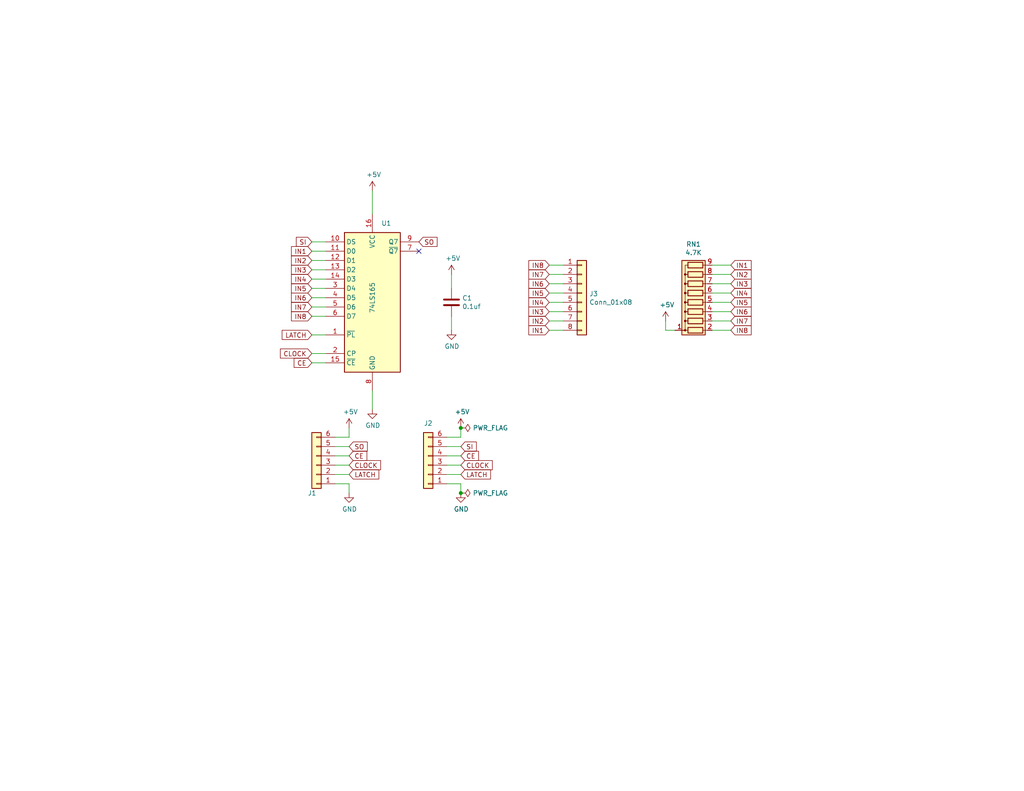
<source format=kicad_sch>
(kicad_sch (version 20211123) (generator eeschema)
  (paper "USLetter")
  (title_block (title "1 Byte Input") (date "2020-09-03"))
  (lib_symbols
    (symbol "74xx:74LS165"
      (property "Reference" "U" (at -7.62 19.05 0))
      (property "Value" "74LS165" (at -7.62 -21.59 0))
      (symbol "74LS165_1_0"
        (pin input line (at -12.7 -10.16 0) (length 5.08) (name "~{PL}") (number "1"))
        (pin input line (at -12.7 15.24 0) (length 5.08) (name "DS") (number "10"))
        (pin input line (at -12.7 12.7 0) (length 5.08) (name "D0") (number "11"))
        (pin input line (at -12.7 10.16 0) (length 5.08) (name "D1") (number "12"))
        (pin input line (at -12.7 7.62 0) (length 5.08) (name "D2") (number "13"))
        (pin input line (at -12.7 5.08 0) (length 5.08) (name "D3") (number "14"))
        (pin input line (at -12.7 -17.78 0) (length 5.08) (name "~{CE}") (number "15"))
        (pin power_in line (at 0 22.86 270) (length 5.08) (name "VCC") (number "16"))
        (pin input line (at -12.7 -15.24 0) (length 5.08) (name "CP") (number "2"))
        (pin input line (at -12.7 2.54 0) (length 5.08) (name "D4") (number "3"))
        (pin input line (at -12.7 0 0) (length 5.08) (name "D5") (number "4"))
        (pin input line (at -12.7 -2.54 0) (length 5.08) (name "D6") (number "5"))
        (pin input line (at -12.7 -5.08 0) (length 5.08) (name "D7") (number "6"))
        (pin output line (at 12.7 12.7 180) (length 5.08) (name "~{Q7}") (number "7"))
        (pin power_in line (at 0 -25.4 90) (length 5.08) (name "GND") (number "8"))
        (pin output line (at 12.7 15.24 180) (length 5.08) (name "Q7") (number "9"))
      )
      (symbol "74LS165_1_1"
        (rectangle (start -7.62 17.78) (end 7.62 -20.32) (stroke (width 0.254)) (fill (type background)))
      )
    )
    (symbol "Connector_Generic:Conn_01x06" (pin_names (offset 1.016) hide)
      (property "Reference" "J" (at 0 7.62 0))
      (property "Value" "Conn_01x06" (at 0 -10.16 0))
      (symbol "Conn_01x06_1_1"
        (rectangle (start -1.27 -7.493) (end 0 -7.747) (stroke (width 0.1524)))
        (rectangle (start -1.27 -4.953) (end 0 -5.207) (stroke (width 0.1524)))
        (rectangle (start -1.27 -2.413) (end 0 -2.667) (stroke (width 0.1524)))
        (rectangle (start -1.27 0.127) (end 0 -0.127) (stroke (width 0.1524)))
        (rectangle (start -1.27 2.667) (end 0 2.413) (stroke (width 0.1524)))
        (rectangle (start -1.27 5.207) (end 0 4.953) (stroke (width 0.1524)))
        (rectangle (start -1.27 6.35) (end 1.27 -8.89) (stroke (width 0.254)) (fill (type background)))
        (pin passive line (at -5.08 5.08 0) (length 3.81) (name "Pin_1") (number "1"))
        (pin passive line (at -5.08 2.54 0) (length 3.81) (name "Pin_2") (number "2"))
        (pin passive line (at -5.08 0 0) (length 3.81) (name "Pin_3") (number "3"))
        (pin passive line (at -5.08 -2.54 0) (length 3.81) (name "Pin_4") (number "4"))
        (pin passive line (at -5.08 -5.08 0) (length 3.81) (name "Pin_5") (number "5"))
        (pin passive line (at -5.08 -7.62 0) (length 3.81) (name "Pin_6") (number "6"))
      )
    )
    (symbol "Connector_Generic:Conn_01x08" (pin_names (offset 1.016) hide)
      (property "Reference" "J" (at 0 10.16 0))
      (property "Value" "Conn_01x08" (at 0 -12.7 0))
      (symbol "Conn_01x08_1_1"
        (rectangle (start -1.27 -10.033) (end 0 -10.287) (stroke (width 0.1524)))
        (rectangle (start -1.27 -7.493) (end 0 -7.747) (stroke (width 0.1524)))
        (rectangle (start -1.27 -4.953) (end 0 -5.207) (stroke (width 0.1524)))
        (rectangle (start -1.27 -2.413) (end 0 -2.667) (stroke (width 0.1524)))
        (rectangle (start -1.27 0.127) (end 0 -0.127) (stroke (width 0.1524)))
        (rectangle (start -1.27 2.667) (end 0 2.413) (stroke (width 0.1524)))
        (rectangle (start -1.27 5.207) (end 0 4.953) (stroke (width 0.1524)))
        (rectangle (start -1.27 7.747) (end 0 7.493) (stroke (width 0.1524)))
        (rectangle (start -1.27 8.89) (end 1.27 -11.43) (stroke (width 0.254)) (fill (type background)))
        (pin passive line (at -5.08 7.62 0) (length 3.81) (name "Pin_1") (number "1"))
        (pin passive line (at -5.08 5.08 0) (length 3.81) (name "Pin_2") (number "2"))
        (pin passive line (at -5.08 2.54 0) (length 3.81) (name "Pin_3") (number "3"))
        (pin passive line (at -5.08 0 0) (length 3.81) (name "Pin_4") (number "4"))
        (pin passive line (at -5.08 -2.54 0) (length 3.81) (name "Pin_5") (number "5"))
        (pin passive line (at -5.08 -5.08 0) (length 3.81) (name "Pin_6") (number "6"))
        (pin passive line (at -5.08 -7.62 0) (length 3.81) (name "Pin_7") (number "7"))
        (pin passive line (at -5.08 -10.16 0) (length 3.81) (name "Pin_8") (number "8"))
      )
    )
    (symbol "Device:C" (pin_numbers hide) (pin_names (offset 0.254))
      (property "Reference" "C" (at 0.635 2.54 0))
      (property "Value" "C" (at 0.635 -2.54 0))
      (symbol "C_0_1"
        (polyline (pts (xy -2.032 -0.762) (xy 2.032 -0.762)) (stroke (width 0.508)))
        (polyline (pts (xy -2.032 0.762) (xy 2.032 0.762)) (stroke (width 0.508)))
      )
      (symbol "C_1_1"
        (pin passive line (at 0 3.81 270) (length 2.794) (name "~") (number "1"))
        (pin passive line (at 0 -3.81 90) (length 2.794) (name "~") (number "2"))
      )
    )
    (symbol "Device:R_Network08" (pin_names (offset 0) hide)
      (property "Reference" "RN" (at -12.7 0 90))
      (property "Value" "R_Network08" (at 10.16 0 90))
      (symbol "R_Network08_0_1"
        (rectangle (start -11.43 -3.175) (end 8.89 3.175) (stroke (width 0.254)) (fill (type background)))
        (rectangle (start -10.922 1.524) (end -9.398 -2.54) (stroke (width 0.254)))
        (circle (center -10.16 2.286) (radius 0.254) (fill (type outline)))
        (rectangle (start -8.382 1.524) (end -6.858 -2.54) (stroke (width 0.254)))
        (circle (center -7.62 2.286) (radius 0.254) (fill (type outline)))
        (rectangle (start -5.842 1.524) (end -4.318 -2.54) (stroke (width 0.254)))
        (circle (center -5.08 2.286) (radius 0.254) (fill (type outline)))
        (rectangle (start -3.302 1.524) (end -1.778 -2.54) (stroke (width 0.254)))
        (circle (center -2.54 2.286) (radius 0.254) (fill (type outline)))
        (rectangle (start -0.762 1.524) (end 0.762 -2.54) (stroke (width 0.254)))
        (polyline (pts (xy -10.16 -2.54) (xy -10.16 -3.81)))
        (polyline (pts (xy -7.62 -2.54) (xy -7.62 -3.81)))
        (polyline (pts (xy -5.08 -2.54) (xy -5.08 -3.81)))
        (polyline (pts (xy -2.54 -2.54) (xy -2.54 -3.81)))
        (polyline (pts (xy 0 -2.54) (xy 0 -3.81)))
        (polyline (pts (xy 2.54 -2.54) (xy 2.54 -3.81)))
        (polyline (pts (xy 5.08 -2.54) (xy 5.08 -3.81)))
        (polyline (pts (xy 7.62 -2.54) (xy 7.62 -3.81)))
        (polyline (pts (xy -10.16 1.524) (xy -10.16 2.286) (xy -7.62 2.286) (xy -7.62 1.524)))
        (polyline (pts (xy -7.62 1.524) (xy -7.62 2.286) (xy -5.08 2.286) (xy -5.08 1.524)))
        (polyline (pts (xy -5.08 1.524) (xy -5.08 2.286) (xy -2.54 2.286) (xy -2.54 1.524)))
        (polyline (pts (xy -2.54 1.524) (xy -2.54 2.286) (xy 0 2.286) (xy 0 1.524)))
        (polyline (pts (xy 0 1.524) (xy 0 2.286) (xy 2.54 2.286) (xy 2.54 1.524)))
        (polyline (pts (xy 2.54 1.524) (xy 2.54 2.286) (xy 5.08 2.286) (xy 5.08 1.524)))
        (polyline (pts (xy 5.08 1.524) (xy 5.08 2.286) (xy 7.62 2.286) (xy 7.62 1.524)))
        (circle (center 0 2.286) (radius 0.254) (fill (type outline)))
        (rectangle (start 1.778 1.524) (end 3.302 -2.54) (stroke (width 0.254)))
        (circle (center 2.54 2.286) (radius 0.254) (fill (type outline)))
        (rectangle (start 4.318 1.524) (end 5.842 -2.54) (stroke (width 0.254)))
        (circle (center 5.08 2.286) (radius 0.254) (fill (type outline)))
        (rectangle (start 6.858 1.524) (end 8.382 -2.54) (stroke (width 0.254)))
      )
      (symbol "R_Network08_1_1"
        (pin passive line (at -10.16 5.08 270) (length 2.54) (name "common") (number "1"))
        (pin passive line (at -10.16 -5.08 90) (length 1.27) (name "R1") (number "2"))
        (pin passive line (at -7.62 -5.08 90) (length 1.27) (name "R2") (number "3"))
        (pin passive line (at -5.08 -5.08 90) (length 1.27) (name "R3") (number "4"))
        (pin passive line (at -2.54 -5.08 90) (length 1.27) (name "R4") (number "5"))
        (pin passive line (at 0 -5.08 90) (length 1.27) (name "R5") (number "6"))
        (pin passive line (at 2.54 -5.08 90) (length 1.27) (name "R6") (number "7"))
        (pin passive line (at 5.08 -5.08 90) (length 1.27) (name "R7") (number "8"))
        (pin passive line (at 7.62 -5.08 90) (length 1.27) (name "R8") (number "9"))
      )
    )
    (symbol "power:+5V" (power) (pin_names (offset 0))
      (property "Value" "+5V" (at 0 3.556 0))
      (symbol "+5V_0_1"
        (polyline (pts (xy -0.762 1.27) (xy 0 2.54)))
        (polyline (pts (xy 0 0) (xy 0 2.54)))
        (polyline (pts (xy 0 2.54) (xy 0.762 1.27)))
      )
      (symbol "+5V_1_1"
        (pin power_in line (at 0 0 90) (length 0) hide (name "+5V") (number "1"))
      )
    )
    (symbol "power:GND" (power) (pin_names (offset 0))
      (property "Value" "GND" (at 0 -3.81 0))
      (symbol "GND_0_1"
        (polyline (pts (xy 0 0) (xy 0 -1.27) (xy 1.27 -1.27) (xy 0 -2.54) (xy -1.27 -1.27) (xy 0 -1.27)))
      )
      (symbol "GND_1_1"
        (pin power_in line (at 0 0 270) (length 0) hide (name "GND") (number "1"))
      )
    )
    (symbol "power:PWR_FLAG" (power) (pin_numbers hide) (pin_names (offset 0) hide)
      (property "Value" "PWR_FLAG" (at 0 3.81 0))
      (symbol "PWR_FLAG_0_0"
        (pin power_out line (at 0 0 90) (length 0) (name "pwr") (number "1"))
      )
      (symbol "PWR_FLAG_0_1"
        (polyline (pts (xy 0 0) (xy 0 1.27) (xy -1.016 1.905) (xy 0 2.54) (xy 1.016 1.905) (xy 0 1.27)))
      )
    )
  )
  (junction (at 125.73 116.84))
  (junction (at 125.73 134.62))
  (no_connect (at 114.3 68.58))
  (wire (pts (xy 153.67 80.01) (xy 149.86 80.01)))
  (wire (pts (xy 95.25 132.08) (xy 95.25 134.62)))
  (wire (pts (xy 88.9 99.06) (xy 85.09 99.06)))
  (wire (pts (xy 91.44 124.46) (xy 95.25 124.46)))
  (wire (pts (xy 88.9 73.66) (xy 85.09 73.66)))
  (wire (pts (xy 91.44 119.38) (xy 95.25 119.38)))
  (wire (pts (xy 153.67 87.63) (xy 149.86 87.63)))
  (wire (pts (xy 91.44 132.08) (xy 95.25 132.08)))
  (wire (pts (xy 121.92 127) (xy 125.73 127)))
  (wire (pts (xy 153.67 85.09) (xy 149.86 85.09)))
  (wire (pts (xy 121.92 132.08) (xy 125.73 132.08)))
  (wire (pts (xy 153.67 77.47) (xy 149.86 77.47)))
  (wire (pts (xy 121.92 129.54) (xy 125.73 129.54)))
  (wire (pts (xy 194.31 74.93) (xy 199.39 74.93)))
  (wire (pts (xy 125.73 132.08) (xy 125.73 134.62)))
  (wire (pts (xy 101.6 106.68) (xy 101.6 111.76)))
  (wire (pts (xy 121.92 121.92) (xy 125.73 121.92)))
  (wire (pts (xy 194.31 85.09) (xy 199.39 85.09)))
  (wire (pts (xy 88.9 81.28) (xy 85.09 81.28)))
  (wire (pts (xy 95.25 116.84) (xy 95.25 119.38)))
  (wire (pts (xy 194.31 72.39) (xy 199.39 72.39)))
  (wire (pts (xy 194.31 82.55) (xy 199.39 82.55)))
  (wire (pts (xy 88.9 71.12) (xy 85.09 71.12)))
  (wire (pts (xy 123.19 78.74) (xy 123.19 74.93)))
  (wire (pts (xy 88.9 68.58) (xy 85.09 68.58)))
  (wire (pts (xy 88.9 78.74) (xy 85.09 78.74)))
  (wire (pts (xy 88.9 96.52) (xy 85.09 96.52)))
  (wire (pts (xy 194.31 87.63) (xy 199.39 87.63)))
  (wire (pts (xy 121.92 119.38) (xy 125.73 119.38)))
  (wire (pts (xy 123.19 86.36) (xy 123.19 90.17)))
  (wire (pts (xy 194.31 90.17) (xy 199.39 90.17)))
  (wire (pts (xy 181.61 90.17) (xy 181.61 87.63)))
  (wire (pts (xy 91.44 127) (xy 95.25 127)))
  (wire (pts (xy 194.31 80.01) (xy 199.39 80.01)))
  (wire (pts (xy 153.67 74.93) (xy 149.86 74.93)))
  (wire (pts (xy 121.92 124.46) (xy 125.73 124.46)))
  (wire (pts (xy 91.44 129.54) (xy 95.25 129.54)))
  (wire (pts (xy 153.67 72.39) (xy 149.86 72.39)))
  (wire (pts (xy 101.6 58.42) (xy 101.6 52.07)))
  (wire (pts (xy 153.67 82.55) (xy 149.86 82.55)))
  (wire (pts (xy 184.15 90.17) (xy 181.61 90.17)))
  (wire (pts (xy 88.9 76.2) (xy 85.09 76.2)))
  (wire (pts (xy 91.44 121.92) (xy 95.25 121.92)))
  (wire (pts (xy 125.73 119.38) (xy 125.73 116.84)))
  (wire (pts (xy 153.67 90.17) (xy 149.86 90.17)))
  (wire (pts (xy 88.9 91.44) (xy 85.09 91.44)))
  (wire (pts (xy 88.9 86.36) (xy 85.09 86.36)))
  (wire (pts (xy 88.9 66.04) (xy 85.09 66.04)))
  (wire (pts (xy 194.31 77.47) (xy 199.39 77.47)))
  (wire (pts (xy 88.9 83.82) (xy 85.09 83.82)))
  (global_label "IN1" (shape input) (at 85.09 68.58 180) (property "Intersheet References" "${INTERSHEET_REFS}" (effects hide)))
  (global_label "IN5" (shape input) (at 85.09 78.74 180) (property "Intersheet References" "${INTERSHEET_REFS}" (effects hide)))
  (global_label "IN8" (shape input) (at 85.09 86.36 180) (property "Intersheet References" "${INTERSHEET_REFS}" (effects hide)))
  (global_label "IN4" (shape input) (at 85.09 76.2 180) (property "Intersheet References" "${INTERSHEET_REFS}" (effects hide)))
  (global_label "SI" (shape input) (at 125.73 121.92 0) (property "Intersheet References" "${INTERSHEET_REFS}" (effects hide)))
  (global_label "IN8" (shape input) (at 199.39 90.17 0) (property "Intersheet References" "${INTERSHEET_REFS}" (effects hide)))
  (global_label "CLOCK" (shape input) (at 125.73 127 0) (property "Intersheet References" "${INTERSHEET_REFS}" (effects hide)))
  (global_label "IN2" (shape input) (at 199.39 74.93 0) (property "Intersheet References" "${INTERSHEET_REFS}" (effects hide)))
  (global_label "IN8" (shape input) (at 149.86 72.39 180) (property "Intersheet References" "${INTERSHEET_REFS}" (effects hide)))
  (global_label "IN5" (shape input) (at 199.39 82.55 0) (property "Intersheet References" "${INTERSHEET_REFS}" (effects hide)))
  (global_label "IN7" (shape input) (at 199.39 87.63 0) (property "Intersheet References" "${INTERSHEET_REFS}" (effects hide)))
  (global_label "IN5" (shape input) (at 149.86 80.01 180) (property "Intersheet References" "${INTERSHEET_REFS}" (effects hide)))
  (global_label "LATCH" (shape input) (at 85.09 91.44 180) (property "Intersheet References" "${INTERSHEET_REFS}" (effects hide)))
  (global_label "IN2" (shape input) (at 149.86 87.63 180) (property "Intersheet References" "${INTERSHEET_REFS}" (effects hide)))
  (global_label "IN1" (shape input) (at 199.39 72.39 0) (property "Intersheet References" "${INTERSHEET_REFS}" (effects hide)))
  (global_label "IN7" (shape input) (at 85.09 83.82 180) (property "Intersheet References" "${INTERSHEET_REFS}" (effects hide)))
  (global_label "CLOCK" (shape input) (at 85.09 96.52 180) (property "Intersheet References" "${INTERSHEET_REFS}" (effects hide)))
  (global_label "IN4" (shape input) (at 199.39 80.01 0) (property "Intersheet References" "${INTERSHEET_REFS}" (effects hide)))
  (global_label "LATCH" (shape input) (at 95.25 129.54 0) (property "Intersheet References" "${INTERSHEET_REFS}" (effects hide)))
  (global_label "SI" (shape input) (at 85.09 66.04 180) (property "Intersheet References" "${INTERSHEET_REFS}" (effects hide)))
  (global_label "IN7" (shape input) (at 149.86 74.93 180) (property "Intersheet References" "${INTERSHEET_REFS}" (effects hide)))
  (global_label "IN1" (shape input) (at 149.86 90.17 180) (property "Intersheet References" "${INTERSHEET_REFS}" (effects hide)))
  (global_label "IN6" (shape input) (at 85.09 81.28 180) (property "Intersheet References" "${INTERSHEET_REFS}" (effects hide)))
  (global_label "CE" (shape input) (at 85.09 99.06 180) (property "Intersheet References" "${INTERSHEET_REFS}" (effects hide)))
  (global_label "CLOCK" (shape input) (at 95.25 127 0) (property "Intersheet References" "${INTERSHEET_REFS}" (effects hide)))
  (global_label "CE" (shape input) (at 95.25 124.46 0) (property "Intersheet References" "${INTERSHEET_REFS}" (effects hide)))
  (global_label "CE" (shape input) (at 125.73 124.46 0) (property "Intersheet References" "${INTERSHEET_REFS}" (effects hide)))
  (global_label "IN6" (shape input) (at 149.86 77.47 180) (property "Intersheet References" "${INTERSHEET_REFS}" (effects hide)))
  (global_label "LATCH" (shape input) (at 125.73 129.54 0) (property "Intersheet References" "${INTERSHEET_REFS}" (effects hide)))
  (global_label "IN2" (shape input) (at 85.09 71.12 180) (property "Intersheet References" "${INTERSHEET_REFS}" (effects hide)))
  (global_label "IN6" (shape input) (at 199.39 85.09 0) (property "Intersheet References" "${INTERSHEET_REFS}" (effects hide)))
  (global_label "IN3" (shape input) (at 85.09 73.66 180) (property "Intersheet References" "${INTERSHEET_REFS}" (effects hide)))
  (global_label "IN3" (shape input) (at 199.39 77.47 0) (property "Intersheet References" "${INTERSHEET_REFS}" (effects hide)))
  (global_label "IN4" (shape input) (at 149.86 82.55 180) (property "Intersheet References" "${INTERSHEET_REFS}" (effects hide)))
  (global_label "SO" (shape input) (at 95.25 121.92 0) (property "Intersheet References" "${INTERSHEET_REFS}" (effects hide)))
  (global_label "SO" (shape input) (at 114.3 66.04 0) (property "Intersheet References" "${INTERSHEET_REFS}" (effects hide)))
  (global_label "IN3" (shape input) (at 149.86 85.09 180) (property "Intersheet References" "${INTERSHEET_REFS}" (effects hide)))
  (symbol (lib_id "74xx:74LS165") (at 101.6 81.28 0) (unit 1)
    (property "Reference" "U1" (at 105.41 60.96 0))
    (property "Value" "74LS165" (at 101.6 81.28 90))
    (property "Footprint" "Package_DIP:DIP-16_W7.62mm" (effects hide))
    (property "Datasheet" "http://www.ti.com/lit/gpn/sn74LS165" (effects hide))
  )
  (symbol (lib_id "Connector_Generic:Conn_01x06") (at 86.36 127 180) (unit 1)
    (property "Reference" "J1" (at 86.36 134.62 0) (effects (justify left)))
    (property "Value" "Conn_01x06" (effects hide))
    (property "Footprint" "Connector_PinHeader_2.54mm:PinHeader_1x06_P2.54mm_Horizontal" (effects hide))
  )
  (symbol (lib_id "Connector_Generic:Conn_01x06") (at 116.84 127 180) (unit 1)
    (property "Reference" "J2" (at 116.84 115.57 0))
    (property "Value" "Conn_01x06" (effects hide))
    (property "Footprint" "Connector_PinSocket_2.54mm:PinSocket_1x06_P2.54mm_Horizontal" (effects hide))
  )
  (symbol (lib_id "Connector_Generic:Conn_01x08") (at 158.75 80.01 0) (unit 1)
    (property "Reference" "J3" (at 160.782 80.2132 0) (effects (justify left)))
    (property "Value" "Conn_01x08" (at 160.782 82.5246 0) (effects (justify left)))
    (property "Footprint" "TerminalBlock_Phoenix:TerminalBlock_Phoenix_MKDS-1,5-8-5.08_1x08_P5.08mm_Horizontal" (effects hide))
  )
  (symbol (lib_id "Device:C") (at 123.19 82.55 0) (unit 1)
    (property "Reference" "C1" (at 126.111 81.3816 0) (effects (justify left)))
    (property "Value" "0.1uf" (at 126.111 83.693 0) (effects (justify left)))
    (property "Footprint" "Capacitor_THT:C_Disc_D5.0mm_W2.5mm_P2.50mm" (effects hide))
  )
  (symbol (lib_id "power:+5V") (at 95.25 116.84 0) (unit 1)
    (property "Reference" "#PWR0101" (effects hide))
    (property "Value" "+5V" (at 95.631 112.4458 0))
  )
  (symbol (lib_id "power:GND") (at 125.73 134.62 0) (unit 1)
    (property "Reference" "#PWR0102" (effects hide))
    (property "Value" "GND" (at 125.857 139.0142 0))
  )
  (symbol (lib_id "power:PWR_FLAG") (at 125.73 134.62 270) (unit 1)
    (property "Reference" "#FLG0101" (effects hide))
    (property "Value" "PWR_FLAG" (at 128.9812 134.62 90) (effects (justify left)))
  )
  (symbol (lib_id "Device:R_Network08") (at 189.23 80.01 90) (unit 1)
    (property "Reference" "RN1" (at 189.23 66.675 90))
    (property "Value" "4.7K" (at 189.23 68.9864 90))
    (property "Footprint" "Resistor_THT:R_Array_SIP9" (effects hide))
    (property "Datasheet" "http://www.vishay.com/docs/31509/csc.pdf" (effects hide))
  )
  (symbol (lib_id "power:+5V") (at 181.61 87.63 0) (unit 1)
    (property "Reference" "#PWR0103" (effects hide))
    (property "Value" "+5V" (at 181.991 83.2358 0))
  )
  (symbol (lib_id "power:GND") (at 101.6 111.76 0) (unit 1)
    (property "Reference" "#PWR0104" (effects hide))
    (property "Value" "GND" (at 101.727 116.1542 0))
  )
  (symbol (lib_id "power:+5V") (at 101.6 52.07 0) (unit 1)
    (property "Reference" "#PWR0105" (effects hide))
    (property "Value" "+5V" (at 101.981 47.6758 0))
  )
  (symbol (lib_id "power:+5V") (at 123.19 74.93 0) (unit 1)
    (property "Reference" "#PWR0106" (effects hide))
    (property "Value" "+5V" (at 123.571 70.5358 0))
  )
  (symbol (lib_id "power:GND") (at 123.19 90.17 0) (unit 1)
    (property "Reference" "#PWR0107" (effects hide))
    (property "Value" "GND" (at 123.317 94.5642 0))
  )
  (symbol (lib_id "power:PWR_FLAG") (at 125.73 116.84 270) (unit 1)
    (property "Reference" "#FLG0104" (effects hide))
    (property "Value" "PWR_FLAG" (at 128.9812 116.84 90) (effects (justify left)))
  )
  (symbol (lib_id "power:GND") (at 95.25 134.62 0) (unit 1)
    (property "Reference" "#PWR0108" (effects hide))
    (property "Value" "GND" (at 95.377 139.0142 0))
  )
  (symbol (lib_id "power:+5V") (at 125.73 116.84 0) (unit 1)
    (property "Reference" "#PWR0109" (effects hide))
    (property "Value" "+5V" (at 126.111 112.4458 0))
  )
)
</source>
